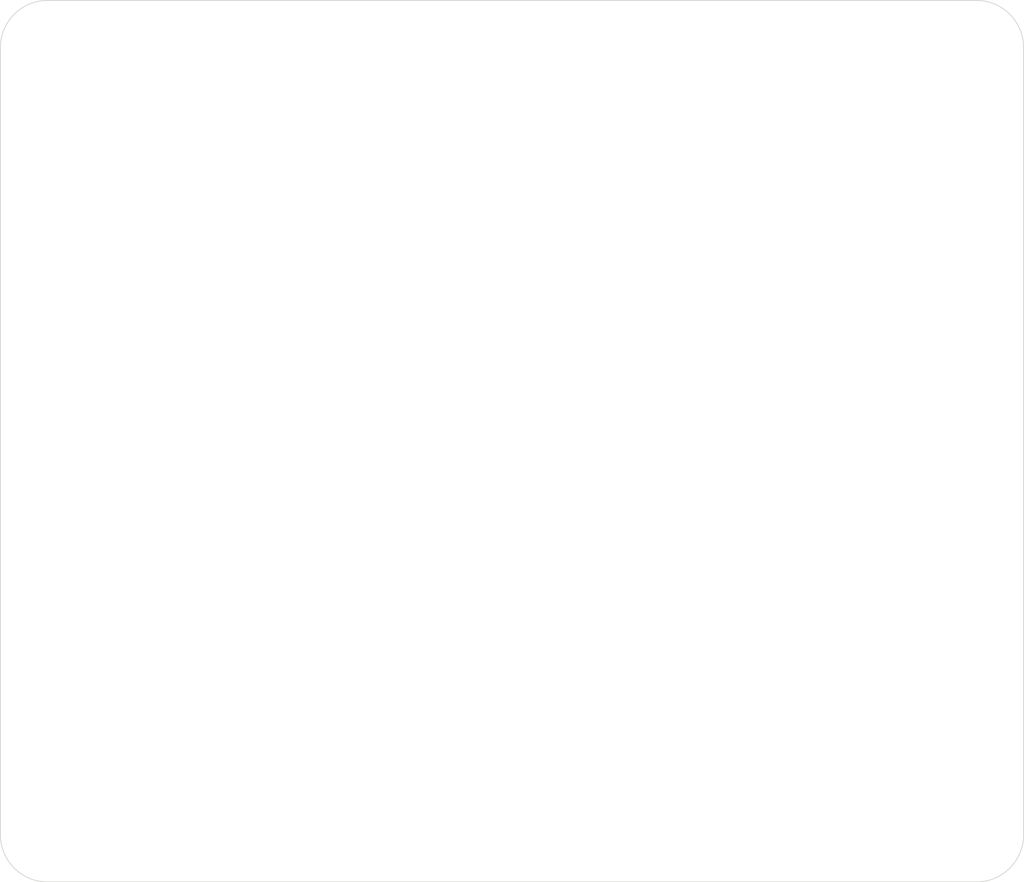
<source format=kicad_pcb>
(kicad_pcb (version 20171130) (host pcbnew 5.1.9+dfsg1-1~bpo10+1)

  (general
    (thickness 1.6)
    (drawings 8)
    (tracks 0)
    (zones 0)
    (modules 0)
    (nets 1)
  )

  (page A4)
  (layers
    (0 F.Cu signal)
    (31 B.Cu signal)
    (32 B.Adhes user)
    (33 F.Adhes user)
    (34 B.Paste user)
    (35 F.Paste user)
    (36 B.SilkS user)
    (37 F.SilkS user)
    (38 B.Mask user)
    (39 F.Mask user)
    (40 Dwgs.User user)
    (41 Cmts.User user)
    (42 Eco1.User user)
    (43 Eco2.User user)
    (44 Edge.Cuts user)
    (45 Margin user)
    (46 B.CrtYd user)
    (47 F.CrtYd user)
    (48 B.Fab user)
    (49 F.Fab user)
  )

  (setup
    (last_trace_width 0.25)
    (trace_clearance 0.2)
    (zone_clearance 0.508)
    (zone_45_only no)
    (trace_min 0.2)
    (via_size 0.8)
    (via_drill 0.4)
    (via_min_size 0.4)
    (via_min_drill 0.3)
    (uvia_size 0.3)
    (uvia_drill 0.1)
    (uvias_allowed no)
    (uvia_min_size 0.2)
    (uvia_min_drill 0.1)
    (edge_width 0.05)
    (segment_width 0.2)
    (pcb_text_width 0.3)
    (pcb_text_size 1.5 1.5)
    (mod_edge_width 0.12)
    (mod_text_size 1 1)
    (mod_text_width 0.15)
    (pad_size 1.524 1.524)
    (pad_drill 0.762)
    (pad_to_mask_clearance 0)
    (aux_axis_origin 0 0)
    (visible_elements FFFFFF7F)
    (pcbplotparams
      (layerselection 0x010fc_ffffffff)
      (usegerberextensions false)
      (usegerberattributes true)
      (usegerberadvancedattributes true)
      (creategerberjobfile true)
      (excludeedgelayer true)
      (linewidth 0.100000)
      (plotframeref false)
      (viasonmask false)
      (mode 1)
      (useauxorigin false)
      (hpglpennumber 1)
      (hpglpenspeed 20)
      (hpglpendiameter 15.000000)
      (psnegative false)
      (psa4output false)
      (plotreference true)
      (plotvalue true)
      (plotinvisibletext false)
      (padsonsilk false)
      (subtractmaskfromsilk false)
      (outputformat 1)
      (mirror false)
      (drillshape 1)
      (scaleselection 1)
      (outputdirectory ""))
  )

  (net 0 "")

  (net_class Default "This is the default net class."
    (clearance 0.2)
    (trace_width 0.25)
    (via_dia 0.8)
    (via_drill 0.4)
    (uvia_dia 0.3)
    (uvia_drill 0.1)
  )

  (gr_arc (start 182 113) (end 182 116) (angle -90) (layer Edge.Cuts) (width 0.05))
  (gr_arc (start 123 113) (end 120 113) (angle -90) (layer Edge.Cuts) (width 0.05))
  (gr_arc (start 123 63) (end 123 60) (angle -90) (layer Edge.Cuts) (width 0.05))
  (gr_arc (start 182 63) (end 185 63) (angle -90) (layer Edge.Cuts) (width 0.05))
  (gr_line (start 120 113) (end 120 63) (layer Edge.Cuts) (width 0.05) (tstamp 604DD4DF))
  (gr_line (start 182 116) (end 123 116) (layer Edge.Cuts) (width 0.05))
  (gr_line (start 185 63) (end 185 113) (layer Edge.Cuts) (width 0.05))
  (gr_line (start 123 60) (end 182 60) (layer Edge.Cuts) (width 0.05))

)

</source>
